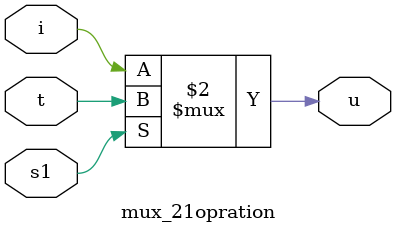
<source format=v>
`timescale 1ns / 1ps
module mux_21opration(u,i,t,s1);
input i;	
input t;
input s1;
output u;
assign 
u=(s1==0?i:t);
endmodule

</source>
